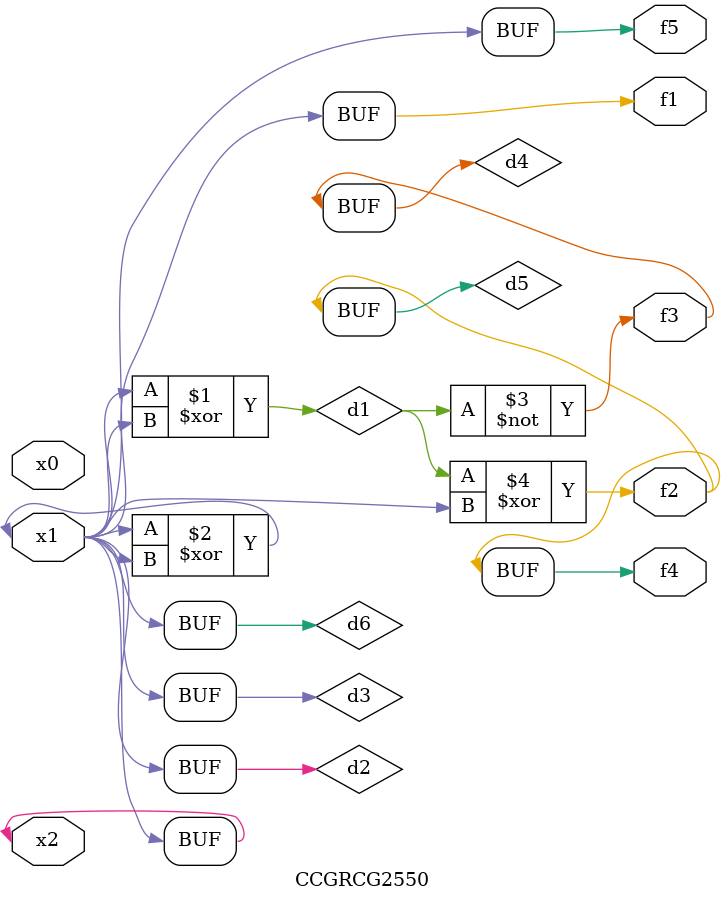
<source format=v>
module CCGRCG2550(
	input x0, x1, x2,
	output f1, f2, f3, f4, f5
);

	wire d1, d2, d3, d4, d5, d6;

	xor (d1, x1, x2);
	buf (d2, x1, x2);
	xor (d3, x1, x2);
	nor (d4, d1);
	xor (d5, d1, d2);
	buf (d6, d2, d3);
	assign f1 = d6;
	assign f2 = d5;
	assign f3 = d4;
	assign f4 = d5;
	assign f5 = d6;
endmodule

</source>
